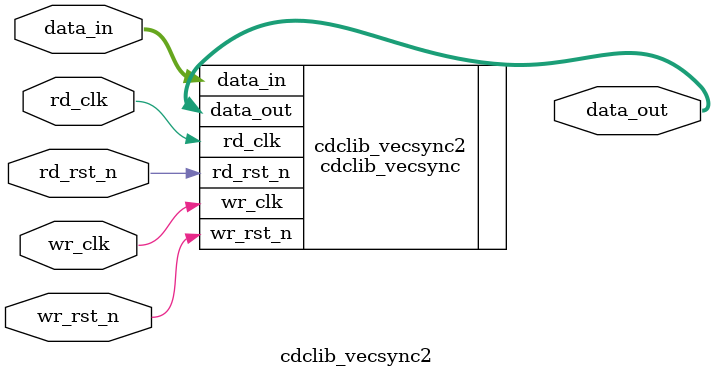
<source format=v>

module cdclib_vecsync2 
   #(
      parameter DWIDTH           = 2, // Sync Data input 
      parameter WR_CLK_FREQ_MHZ     = 250,   // Clock frequency (in MHz)    
      parameter RD_CLK_FREQ_MHZ     = 250,   // Clock frequency (in MHz)    
      parameter VID          = 1     // 1: VID, 0: preVID
    )
   (
   // Inputs
   input  wire               wr_clk,        // write clock
   input  wire               rd_clk,        // read clock
   input  wire               wr_rst_n,      // async write reset
   input  wire               rd_rst_n,      // async read reset
   input  wire [DWIDTH-1:0]  data_in,       // data in
   // Outputs
   output wire  [DWIDTH-1:0] data_out       // data out
   );

// 2-stage synchronizer   
localparam SYNCSTAGE = 2;

// Vecsync module
cdclib_vecsync 
   #(
      .DWIDTH(DWIDTH),       // Sync Data input 
      .SYNCSTAGE(SYNCSTAGE),  // Sync stages
      .WR_CLK_FREQ_MHZ(WR_CLK_FREQ_MHZ),
      .RD_CLK_FREQ_MHZ(RD_CLK_FREQ_MHZ),
      .VID	(VID)
    ) cdclib_vecsync2
   (
   // Inputs
   .wr_clk(wr_clk),         // write clock
   .rd_clk(rd_clk),         // read clock
   .wr_rst_n(wr_rst_n),     // async write reset
   .rd_rst_n(rd_rst_n),     // async read reset
   .data_in(data_in),       // data in
   // Outputs
   .data_out(data_out)      // data out
   );

endmodule // cdclib_vecsync2


</source>
